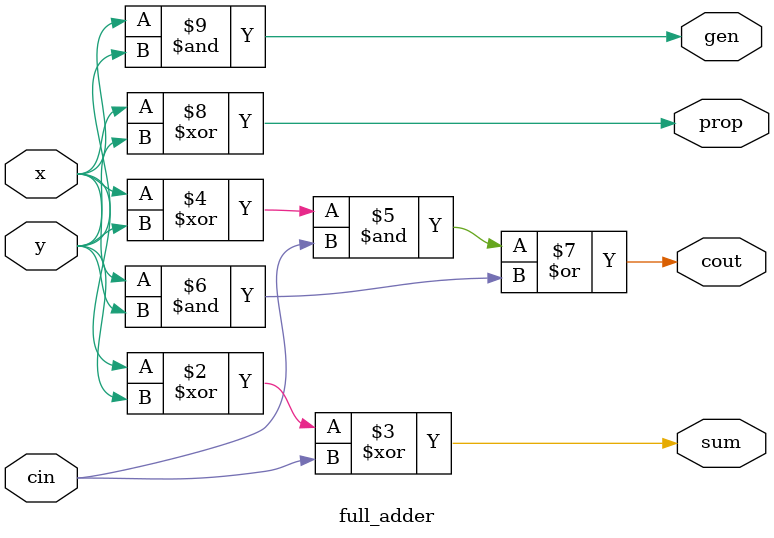
<source format=v>
module full_adder (input x, input y, input cin, output reg sum, output reg cout, output reg prop, output reg gen);
	
	always @(*) begin
		sum <= x ^ y ^ cin;
		cout <= ((x ^ y) & cin) | (x & y);
		prop <= x ^ y;
		gen <= x & y;
	end
	
endmodule

</source>
